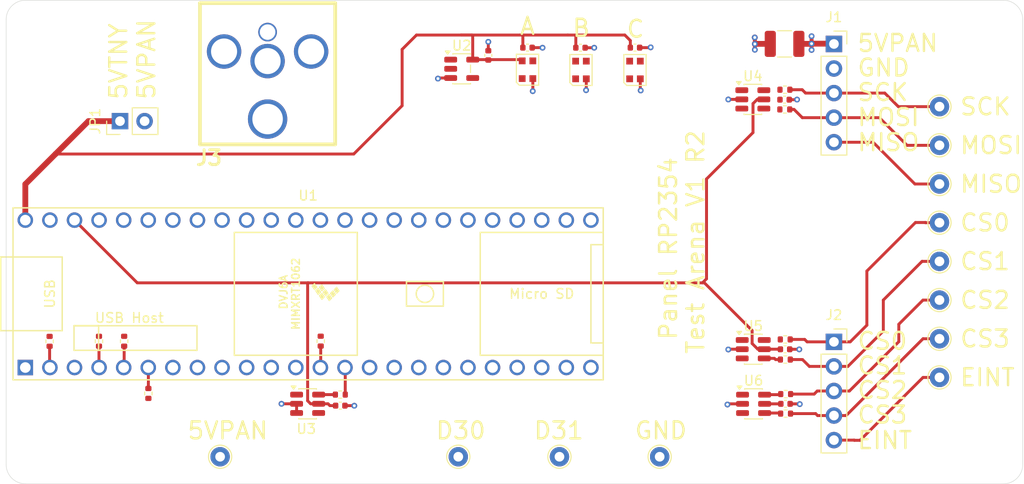
<source format=kicad_pcb>
(kicad_pcb (version 20241229) (generator "pcbnew") (generator_version "9.0")
  (layers (0 "F.Cu" signal) (4 "In1.Cu" power) (6 "In2.Cu" power) (2 "B.Cu" signal) (13 "F.Paste" user) (15 "B.Paste" user) (5 "F.SilkS" user "F.Silkscreen") (7 "B.SilkS" user "B.Silkscreen") (1 "F.Mask" user) (3 "B.Mask" user) (25 "Edge.Cuts" user))
  (property "BoardName" "RP2354 Test Arena")
  (property "Designer" "Reiser Lab")
  (property "Revision" "2")
  (property "Version" "1")
  (net 0 "")
  (net 1 "+5V")
  (net 2 "GND")
  (net 3 "Net-(D1-DOUT)")
  (net 4 "/DLED")
  (net 5 "Net-(D2-DOUT)")
  (net 7 "/MOSI")
  (net 8 "/MISO")
  (net 9 "/SCK")
  (net 10 "/CS0")
  (net 11 "/CS1")
  (net 12 "/CS3")
  (net 13 "/CS2")
  (net 14 "/EINT")
  (net 34 "/D30")
  (net 40 "/D31")
  (net 42 "+3.3V")
  (net 51 "Net-(D1-DIN)")
  (net 53 "/5V_PAN")
  (net 54 "/MOSI_PAN")
  (net 55 "/SCK_PAN")
  (net 56 "/CS0_PAN")
  (net 57 "/CS1_PAN")
  (net 58 "/CS3_PAN")
  (net 59 "/CS2_PAN")
  (net 60 "Net-(U1-0_RX1_CRX2_CS1)")
  (net 61 "Net-(U1-2_OUT2)")
  (net 62 "Net-(U1-3_LRCLK2)")
  (net 63 "Net-(U1-4_BCLK2)")
  (net 64 "Net-(U1-11_MOSI_CTX1)")
  (net 65 "Net-(R6-Pad1)")
  (net 66 "Net-(U1-12_MISO_MQSL)")
  (net 67 "Net-(R7-Pad1)")
  (net 68 "Net-(R8-Pad1)")
  (net 69 "Net-(R9-Pad1)")
  (net 70 "Net-(R10-Pad1)")
  (net 71 "Net-(R11-Pad1)")
  (net 72 "Net-(R12-Pad1)")
  (footprint "Resistor_SMD:R_0402_1005Metric" (layer "F.Cu") (at 82.49 85.245 -90)
    (property "Reference" "R5" (hide yes))
    (property "Value" "33" (hide yes))
    (pad "1" smd roundrect (at -0.51 0 270) (size 0.54 0.64) (layers "F.Cu" "F.Mask" "F.Paste") (net 7 "/MOSI"))
    (pad "2" smd roundrect (at 0.51 0 270) (size 0.54 0.64) (layers "F.Cu" "F.Mask" "F.Paste") (net 64 "Net-(U1-11_MOSI_CTX1)"))
  )
  (footprint "Resistor_SMD:R_0402_1005Metric" (layer "F.Cu") (at 130.505 92.74)
    (property "Reference" "R12" (hide yes))
    (property "Value" "33" (hide yes))
    (pad "1" smd roundrect (at -0.51 0) (size 0.54 0.64) (layers "F.Cu" "F.Mask" "F.Paste") (net 72 "Net-(R12-Pad1)"))
    (pad "2" smd roundrect (at 0.51 0) (size 0.54 0.64) (layers "F.Cu" "F.Mask" "F.Paste") (net 58 "/CS3_PAN"))
  )
  (footprint "Resistor_SMD:R_0402_1005Metric" (layer "F.Cu") (at 64.69 90.655 90)
    (property "Reference" "R4" (hide yes))
    (property "Value" "33" (hide yes))
    (pad "1" smd roundrect (at -0.51 0 90) (size 0.54 0.64) (layers "F.Cu" "F.Mask" "F.Paste") (net 12 "/CS3"))
    (pad "2" smd roundrect (at 0.51 0 90) (size 0.54 0.64) (layers "F.Cu" "F.Mask" "F.Paste") (net 63 "Net-(U1-4_BCLK2)"))
  )
  (footprint "TestPoint:TestPoint_THTPad_D2.0mm_Drill1.0mm" (layer "F.Cu") (at 146.4 73)
    (property "Reference" "TP6" (hide yes))
    (property "Value" "TestPoint" (hide yes))
    (pad "1" thru_hole circle (at 0 0) (size 2 2) (drill 1) (layers "*.Cu" "*.Mask") (net 56 "/CS0_PAN"))
  )
  (footprint "Resistor_SMD:R_0402_1005Metric" (layer "F.Cu") (at 54.49 85.265 -90)
    (property "Reference" "R1" (hide yes))
    (property "Value" "33" (hide yes))
    (pad "1" smd roundrect (at -0.51 0 270) (size 0.54 0.64) (layers "F.Cu" "F.Mask" "F.Paste") (net 10 "/CS0"))
    (pad "2" smd roundrect (at 0.51 0 270) (size 0.54 0.64) (layers "F.Cu" "F.Mask" "F.Paste") (net 60 "Net-(U1-0_RX1_CRX2_CS1)"))
  )
  (footprint "Capacitor_SMD:C_0402_1005Metric" (layer "F.Cu") (at 114.95 54.9)
    (property "Reference" "C3" (hide yes))
    (property "Value" "100nF" (hide yes))
    (pad "1" smd roundrect (at -0.48 0) (size 0.56 0.62) (layers "F.Cu" "F.Mask" "F.Paste") (net 1 "+5V"))
    (pad "2" smd roundrect (at 0.48 0) (size 0.56 0.62) (layers "F.Cu" "F.Mask" "F.Paste") (net 2 "GND"))
  )
  (footprint "Capacitor_SMD:C_0402_1005Metric" (layer "F.Cu") (at 130.45 86.09)
    (property "Reference" "C7" (hide yes))
    (property "Value" "100nF" (hide yes))
    (pad "1" smd roundrect (at -0.48 0) (size 0.56 0.62) (layers "F.Cu" "F.Mask" "F.Paste") (net 42 "+3.3V"))
    (pad "2" smd roundrect (at 0.48 0) (size 0.56 0.62) (layers "F.Cu" "F.Mask" "F.Paste") (net 2 "GND"))
  )
  (footprint "TestPoint:TestPoint_THTPad_D2.0mm_Drill1.0mm" (layer "F.Cu") (at 146.4 85)
    (property "Reference" "TP9" (hide yes))
    (property "Value" "TestPoint" (hide yes))
    (pad "1" thru_hole circle (at 0 0) (size 2 2) (drill 1) (layers "*.Cu" "*.Mask") (net 58 "/CS3_PAN"))
  )
  (footprint "Resistor_SMD:R_0402_1005Metric" (layer "F.Cu") (at 84.515 90.775)
    (property "Reference" "R6" (hide yes))
    (property "Value" "33" (hide yes))
    (pad "1" smd roundrect (at -0.51 0) (size 0.54 0.64) (layers "F.Cu" "F.Mask" "F.Paste") (net 65 "Net-(R6-Pad1)"))
    (pad "2" smd roundrect (at 0.51 0) (size 0.54 0.64) (layers "F.Cu" "F.Mask" "F.Paste") (net 66 "Net-(U1-12_MISO_MQSL)"))
  )
  (footprint "TestPoint:TestPoint_THTPad_D2.0mm_Drill1.0mm" (layer "F.Cu") (at 117.5 97.2 90)
    (property "Reference" "TP2" (hide yes))
    (property "Value" "TestPoint" (hide yes))
    (pad "1" thru_hole circle (at 0 0 90) (size 2 2) (drill 1) (layers "*.Cu" "*.Mask") (net 2 "GND"))
  )
  (footprint "Package_TO_SOT_SMD:SOT-23-6" (layer "F.Cu") (at 81.1375 91.725)
    (property "Reference" "U3" (at -0.1375 2.6 0) (layer "F.SilkS"))
    (property "Value" "74LVC2G17" (hide yes))
    (pad "1" smd roundrect (at -1.1375 -0.95) (size 1.325 0.6) (layers "F.Cu" "F.Mask" "F.Paste") (net 8 "/MISO"))
    (pad "2" smd roundrect (at -1.1375 0) (size 1.325 0.6) (layers "F.Cu" "F.Mask" "F.Paste") (net 2 "GND"))
    (pad "3" smd roundrect (at -1.1375 0.95) (size 1.325 0.6) (layers "F.Cu" "F.Mask" "F.Paste") (net 2 "GND"))
    (pad "4" smd roundrect (at 1.1375 0.95) (size 1.325 0.6) (layers "F.Cu" "F.Mask" "F.Paste"))
    (pad "5" smd roundrect (at 1.1375 0) (size 1.325 0.6) (layers "F.Cu" "F.Mask" "F.Paste") (net 42 "+3.3V"))
    (pad "6" smd roundrect (at 1.1375 -0.95) (size 1.325 0.6) (layers "F.Cu" "F.Mask" "F.Paste") (net 65 "Net-(R6-Pad1)"))
  )
  (footprint "Package_TO_SOT_SMD:SOT-23-5" (layer "F.Cu") (at 97.0525 57.09)
    (property "Reference" "U2" (at 0 -2.4 0) (layer "F.SilkS"))
    (property "Value" "SN74LV1T34DBV" (hide yes))
    (pad "1" smd roundrect (at -1.1375 -0.95) (size 1.325 0.6) (layers "F.Cu" "F.Mask" "F.Paste"))
    (pad "2" smd roundrect (at -1.1375 0) (size 1.325 0.6) (layers "F.Cu" "F.Mask" "F.Paste") (net 4 "/DLED"))
    (pad "3" smd roundrect (at -1.1375 0.95) (size 1.325 0.6) (layers "F.Cu" "F.Mask" "F.Paste") (net 2 "GND"))
    (pad "4" smd roundrect (at 1.1375 0.95) (size 1.325 0.6) (layers "F.Cu" "F.Mask" "F.Paste") (net 51 "Net-(D1-DIN)"))
    (pad "5" smd roundrect (at 1.1375 -0.95) (size 1.325 0.6) (layers "F.Cu" "F.Mask" "F.Paste") (net 1 "+5V"))
  )
  (footprint "TestPoint:TestPoint_THTPad_D2.0mm_Drill1.0mm" (layer "F.Cu") (at 72.1 97.2 90)
    (property "Reference" "TP1" (hide yes))
    (property "Value" "TestPoint" (hide yes))
    (pad "1" thru_hole circle (at 0 0 90) (size 2 2) (drill 1) (layers "*.Cu" "*.Mask") (net 53 "/5V_PAN"))
  )
  (footprint "TestPoint:TestPoint_THTPad_D2.0mm_Drill1.0mm" (layer "F.Cu") (at 146.4 89)
    (property "Reference" "TP10" (hide yes))
    (property "Value" "TestPoint" (hide yes))
    (pad "1" thru_hole circle (at 0 0) (size 2 2) (drill 1) (layers "*.Cu" "*.Mask") (net 14 "/EINT"))
  )
  (footprint "Connector_PinSocket_2.54mm:PinSocket_1x05_P2.54mm_Vertical" (layer "F.Cu") (at 135.5 54.52)
    (property "Reference" "J1" (at 0 -2.77 0) (layer "F.SilkS"))
    (property "Value" "Conn_01x05_Socket" (hide yes))
    (pad "1" thru_hole rect (at 0 0) (size 1.7 1.7) (drill 1) (layers "*.Cu" "*.Mask") (net 53 "/5V_PAN"))
    (pad "2" thru_hole circle (at 0 2.54) (size 1.7 1.7) (drill 1) (layers "*.Cu" "*.Mask") (net 2 "GND"))
    (pad "3" thru_hole circle (at 0 5.08) (size 1.7 1.7) (drill 1) (layers "*.Cu" "*.Mask") (net 55 "/SCK_PAN"))
    (pad "4" thru_hole circle (at 0 7.62) (size 1.7 1.7) (drill 1) (layers "*.Cu" "*.Mask") (net 54 "/MOSI_PAN"))
    (pad "5" thru_hole circle (at 0 10.16) (size 1.7 1.7) (drill 1) (layers "*.Cu" "*.Mask") (net 8 "/MISO"))
  )
  (footprint "Capacitor_SMD:C_0402_1005Metric" (layer "F.Cu") (at 99.8 55.7 90)
    (property "Reference" "C4" (hide yes))
    (property "Value" "100nF" (hide yes))
    (pad "1" smd roundrect (at -0.48 0 90) (size 0.56 0.62) (layers "F.Cu" "F.Mask" "F.Paste") (net 1 "+5V"))
    (pad "2" smd roundrect (at 0.48 0 90) (size 0.56 0.62) (layers "F.Cu" "F.Mask" "F.Paste") (net 2 "GND"))
  )
  (footprint "TestPoint:TestPoint_THTPad_D2.0mm_Drill1.0mm" (layer "F.Cu") (at 146.4 65)
    (property "Reference" "TP4" (hide yes))
    (property "Value" "TestPoint" (hide yes))
    (pad "1" thru_hole circle (at 0 0) (size 2 2) (drill 1) (layers "*.Cu" "*.Mask") (net 54 "/MOSI_PAN"))
  )
  (footprint "TestPoint:TestPoint_THTPad_D2.0mm_Drill1.0mm" (layer "F.Cu") (at 107.15 97.2)
    (property "Reference" "TP12" (hide yes))
    (property "Value" "TestPoint" (hide yes))
    (pad "1" thru_hole circle (at 0 0) (size 2 2) (drill 1) (layers "*.Cu" "*.Mask") (net 40 "/D31"))
  )
  (footprint "MountingHole:MountingHole_3.2mm_M3" (layer "F.Cu") (at 54 96)
    (property "Reference" "H2" (hide yes))
    (property "Value" "MountingHole" (hide yes))
    (pad "" np_thru_hole circle (at 0 0) (size 3.2 3.2) (drill 3.2) (layers "*.Cu" "*.Mask"))
  )
  (footprint "Resistor_SMD:R_0402_1005Metric" (layer "F.Cu") (at 130.515 90.72)
    (property "Reference" "R11" (hide yes))
    (property "Value" "33" (hide yes))
    (pad "1" smd roundrect (at -0.51 0) (size 0.54 0.64) (layers "F.Cu" "F.Mask" "F.Paste") (net 71 "Net-(R11-Pad1)"))
    (pad "2" smd roundrect (at 0.51 0) (size 0.54 0.64) (layers "F.Cu" "F.Mask" "F.Paste") (net 59 "/CS2_PAN"))
  )
  (footprint "arena_custom:DCJACK_2PIN_HIGHCURRENT" (layer "F.Cu") (at 77.0042 50.2962)
    (property "Reference" "J3" (at -6.05 16 0) (layer "F.SilkS") (effects (font (size 1.524 1.524) (thickness 0.3048))))
    (property "Value" "Barrel_Jack" (hide yes))
    (pad "" thru_hole circle (at -4.4958 5.0038) (size 3.556 3.556) (drill 2.6924) (layers "*.Cu" "*.Mask"))
    (pad "" thru_hole circle (at 0 2.9972) (size 1.9304 1.9304) (drill 1.6002) (layers "*.Cu" "*.Mask"))
    (pad "" thru_hole circle (at 4.4958 5.0038) (size 3.556 3.556) (drill 2.6924) (layers "*.Cu" "*.Mask"))
    (pad "1" thru_hole circle (at 0 11.9888) (size 4.064 4.064) (drill 3.1496) (layers "*.Cu" "*.Mask") (net 53 "/5V_PAN"))
    (pad "2" thru_hole circle (at 0 5.9944) (size 3.556 3.556) (drill 2.6924) (layers "*.Cu" "*.Mask") (net 2 "GND"))
  )
  (footprint "Package_TO_SOT_SMD:SOT-23-6" (layer "F.Cu") (at 127.1975 91.73)
    (property "Reference" "U6" (at 0 -2.4 0) (layer "F.SilkS"))
    (property "Value" "74LVC2G17" (hide yes))
    (pad "1" smd roundrect (at -1.1375 -0.95) (size 1.325 0.6) (layers "F.Cu" "F.Mask" "F.Paste") (net 13 "/CS2"))
    (pad "2" smd roundrect (at -1.1375 0) (size 1.325 0.6) (layers "F.Cu" "F.Mask" "F.Paste") (net 2 "GND"))
    (pad "3" smd roundrect (at -1.1375 0.95) (size 1.325 0.6) (layers "F.Cu" "F.Mask" "F.Paste") (net 12 "/CS3"))
    (pad "4" smd roundrect (at 1.1375 0.95) (size 1.325 0.6) (layers "F.Cu" "F.Mask" "F.Paste") (net 72 "Net-(R12-Pad1)"))
    (pad "5" smd roundrect (at 1.1375 0) (size 1.325 0.6) (layers "F.Cu" "F.Mask" "F.Paste") (net 42 "+3.3V"))
    (pad "6" smd roundrect (at 1.1375 -0.95) (size 1.325 0.6) (layers "F.Cu" "F.Mask" "F.Paste") (net 71 "Net-(R11-Pad1)"))
  )
  (footprint "TestPoint:TestPoint_THTPad_D2.0mm_Drill1.0mm" (layer "F.Cu") (at 146.4 77)
    (property "Reference" "TP7" (hide yes))
    (property "Value" "TestPoint" (hide yes))
    (pad "1" thru_hole circle (at 0 0) (size 2 2) (drill 1) (layers "*.Cu" "*.Mask") (net 57 "/CS1_PAN"))
  )
  (footprint "Package_TO_SOT_SMD:SOT-23-6" (layer "F.Cu") (at 127.1225 60.25)
    (property "Reference" "U4" (at 0 -2.4 0) (layer "F.SilkS"))
    (property "Value" "74LVC2G17" (hide yes))
    (pad "1" smd roundrect (at -1.1375 -0.95) (size 1.325 0.6) (layers "F.Cu" "F.Mask" "F.Paste") (net 9 "/SCK"))
    (pad "2" smd roundrect (at -1.1375 0) (size 1.325 0.6) (layers "F.Cu" "F.Mask" "F.Paste") (net 2 "GND"))
    (pad "3" smd roundrect (at -1.1375 0.95) (size 1.325 0.6) (layers "F.Cu" "F.Mask" "F.Paste") (net 7 "/MOSI"))
    (pad "4" smd roundrect (at 1.1375 0.95) (size 1.325 0.6) (layers "F.Cu" "F.Mask" "F.Paste") (net 68 "Net-(R8-Pad1)"))
    (pad "5" smd roundrect (at 1.1375 0) (size 1.325 0.6) (layers "F.Cu" "F.Mask" "F.Paste") (net 42 "+3.3V"))
    (pad "6" smd roundrect (at 1.1375 -0.95) (size 1.325 0.6) (layers "F.Cu" "F.Mask" "F.Paste") (net 67 "Net-(R7-Pad1)"))
  )
  (footprint "Package_TO_SOT_SMD:SOT-23-6" (layer "F.Cu") (at 127.1625 86.08)
    (property "Reference" "U5" (at 0 -2.4 0) (layer "F.SilkS"))
    (property "Value" "74LVC2G17" (hide yes))
    (pad "1" smd roundrect (at -1.1375 -0.95) (size 1.325 0.6) (layers "F.Cu" "F.Mask" "F.Paste") (net 10 "/CS0"))
    (pad "2" smd roundrect (at -1.1375 0) (size 1.325 0.6) (layers "F.Cu" "F.Mask" "F.Paste") (net 2 "GND"))
    (pad "3" smd roundrect (at -1.1375 0.95) (size 1.325 0.6) (layers "F.Cu" "F.Mask" "F.Paste") (net 11 "/CS1"))
    (pad "4" smd roundrect (at 1.1375 0.95) (size 1.325 0.6) (layers "F.Cu" "F.Mask" "F.Paste") (net 70 "Net-(R10-Pad1)"))
    (pad "5" smd roundrect (at 1.1375 0) (size 1.325 0.6) (layers "F.Cu" "F.Mask" "F.Paste") (net 42 "+3.3V"))
    (pad "6" smd roundrect (at 1.1375 -0.95) (size 1.325 0.6) (layers "F.Cu" "F.Mask" "F.Paste") (net 69 "Net-(R9-Pad1)"))
  )
  (footprint "LED_SMD:LED_WS2812B-2020_PLCC4_2.0x2.0mm" (layer "F.Cu") (at 109.37 57.21 90)
    (property "Reference" "D2" (hide yes))
    (property "Value" "WS2812B-2020" (hide yes))
    (pad "1" smd rect (at -0.915 -0.55 90) (size 0.7 0.7) (layers "F.Cu" "F.Mask" "F.Paste") (net 5 "Net-(D2-DOUT)"))
    (pad "2" smd rect (at -0.915 0.55 90) (size 0.7 0.7) (layers "F.Cu" "F.Mask" "F.Paste") (net 2 "GND"))
    (pad "3" smd rect (at 0.915 0.55 90) (size 0.7 0.7) (layers "F.Cu" "F.Mask" "F.Paste") (net 3 "Net-(D1-DOUT)"))
    (pad "4" smd rect (at 0.915 -0.55 90) (size 0.7 0.7) (layers "F.Cu" "F.Mask" "F.Paste") (net 1 "+5V"))
  )
  (footprint "Resistor_SMD:R_0402_1005Metric" (layer "F.Cu") (at 59.59 85.255 -90)
    (property "Reference" "R2" (hide yes))
    (property "Value" "33" (hide yes))
    (pad "1" smd roundrect (at -0.51 0 270) (size 0.54 0.64) (layers "F.Cu" "F.Mask" "F.Paste") (net 11 "/CS1"))
    (pad "2" smd roundrect (at 0.51 0 270) (size 0.54 0.64) (layers "F.Cu" "F.Mask" "F.Paste") (net 61 "Net-(U1-2_OUT2)"))
  )
  (footprint "Resistor_SMD:R_0402_1005Metric" (layer "F.Cu") (at 130.435 59.25)
    (property "Reference" "R7" (hide yes))
    (property "Value" "33" (hide yes))
    (pad "1" smd roundrect (at -0.51 0) (size 0.54 0.64) (layers "F.Cu" "F.Mask" "F.Paste") (net 67 "Net-(R7-Pad1)"))
    (pad "2" smd roundrect (at 0.51 0) (size 0.54 0.64) (layers "F.Cu" "F.Mask" "F.Paste") (net 55 "/SCK_PAN"))
  )
  (footprint "Capacitor_SMD:C_0402_1005Metric" (layer "F.Cu") (at 130.405 60.28)
    (property "Reference" "C6" (hide yes))
    (property "Value" "100nF" (hide yes))
    (pad "1" smd roundrect (at -0.48 0) (size 0.56 0.62) (layers "F.Cu" "F.Mask" "F.Paste") (net 42 "+3.3V"))
    (pad "2" smd roundrect (at 0.48 0) (size 0.56 0.62) (layers "F.Cu" "F.Mask" "F.Paste") (net 2 "GND"))
  )
  (footprint "Capacitor_SMD:C_0402_1005Metric" (layer "F.Cu") (at 109.32 54.91)
    (property "Reference" "C2" (hide yes))
    (property "Value" "100nF" (hide yes))
    (pad "1" smd roundrect (at -0.48 0) (size 0.56 0.62) (layers "F.Cu" "F.Mask" "F.Paste") (net 1 "+5V"))
    (pad "2" smd roundrect (at 0.48 0) (size 0.56 0.62) (layers "F.Cu" "F.Mask" "F.Paste") (net 2 "GND"))
  )
  (footprint "TestPoint:TestPoint_THTPad_D2.0mm_Drill1.0mm" (layer "F.Cu") (at 146.4 81)
    (property "Reference" "TP8" (hide yes))
    (property "Value" "TestPoint" (hide yes))
    (pad "1" thru_hole circle (at 0 0) (size 2 2) (drill 1) (layers "*.Cu" "*.Mask") (net 59 "/CS2_PAN"))
  )
  (footprint "TestPoint:TestPoint_THTPad_D2.0mm_Drill1.0mm" (layer "F.Cu") (at 96.7 97.2)
    (property "Reference" "TP11" (hide yes))
    (property "Value" "TestPoint" (hide yes))
    (pad "1" thru_hole circle (at 0 0) (size 2 2) (drill 1) (layers "*.Cu" "*.Mask") (net 34 "/D30"))
  )
  (footprint "Resistor_SMD:R_0402_1005Metric" (layer "F.Cu") (at 62.19 85.255 -90)
    (property "Reference" "R3" (hide yes))
    (property "Value" "33" (hide yes))
    (pad "1" smd roundrect (at -0.51 0 270) (size 0.54 0.64) (layers "F.Cu" "F.Mask" "F.Paste") (net 13 "/CS2"))
    (pad "2" smd roundrect (at 0.51 0 270) (size 0.54 0.64) (layers "F.Cu" "F.Mask" "F.Paste") (net 62 "Net-(U1-3_LRCLK2)"))
  )
  (footprint "teensy:Teensy41_outer_only" (layer "F.Cu") (at 81.19 80.355)
    (property "Reference" "U1" (at 0 -10.16 0) (layer "F.SilkS"))
    (property "Value" "Teensy4.1")
    (fp_text user "Micro SD" (at 24.13 0 0) (layer "F.SilkS"))
    (fp_text user "USB Host" (at -18.4658 2.4892 0) (layer "F.SilkS"))
    (fp_text user "MIMXRT1062" (at -1.27 0 270) (layer "F.SilkS") (effects (font (size 0.8 0.8))))
    (fp_text user "DVJ6A" (at -2.54 -0.18 270) (layer "F.SilkS") (effects (font (size 0.8 0.8))))
    (fp_text user "USB" (at -26.67 0 270) (layer "F.SilkS"))
    (pad "1" thru_hole rect (at -29.21 7.62) (size 1.6 1.6) (drill 1.1) (layers "*.Cu" "*.Mask") (net 2 "GND"))
    (pad "2" thru_hole circle (at -26.67 7.62) (size 1.6 1.6) (drill 1.1) (layers "*.Cu" "*.Mask") (net 60 "Net-(U1-0_RX1_CRX2_CS1)"))
    (pad "3" thru_hole circle (at -24.13 7.62) (size 1.6 1.6) (drill 1.1) (layers "*.Cu" "*.Mask"))
    (pad "4" thru_hole circle (at -21.59 7.62) (size 1.6 1.6) (drill 1.1) (layers "*.Cu" "*.Mask") (net 61 "Net-(U1-2_OUT2)"))
    (pad "5" thru_hole circle (at -19.05 7.62) (size 1.6 1.6) (drill 1.1) (layers "*.Cu" "*.Mask") (net 62 "Net-(U1-3_LRCLK2)"))
    (pad "6" thru_hole circle (at -16.51 7.62) (size 1.6 1.6) (drill 1.1) (layers "*.Cu" "*.Mask") (net 63 "Net-(U1-4_BCLK2)"))
    (pad "7" thru_hole circle (at -13.97 7.62) (size 1.6 1.6) (drill 1.1) (layers "*.Cu" "*.Mask"))
    (pad "8" thru_hole circle (at -11.43 7.62) (size 1.6 1.6) (drill 1.1) (layers "*.Cu" "*.Mask"))
    (pad "9" thru_hole circle (at -8.89 7.62) (size 1.6 1.6) (drill 1.1) (layers "*.Cu" "*.Mask"))
    (pad "10" thru_hole circle (at -6.35 7.62) (size 1.6 1.6) (drill 1.1) (layers "*.Cu" "*.Mask"))
    (pad "11" thru_hole circle (at -3.81 7.62) (size 1.6 1.6) (drill 1.1) (layers "*.Cu" "*.Mask"))
    (pad "12" thru_hole circle (at -1.27 7.62) (size 1.6 1.6) (drill 1.1) (layers "*.Cu" "*.Mask"))
    (pad "13" thru_hole circle (at 1.27 7.62) (size 1.6 1.6) (drill 1.1) (layers "*.Cu" "*.Mask") (net 64 "Net-(U1-11_MOSI_CTX1)"))
    (pad "14" thru_hole circle (at 3.81 7.62) (size 1.6 1.6) (drill 1.1) (layers "*.Cu" "*.Mask") (net 66 "Net-(U1-12_MISO_MQSL)"))
    (pad "15" thru_hole circle (at 6.35 7.62) (size 1.6 1.6) (drill 1.1) (layers "*.Cu" "*.Mask"))
    (pad "16" thru_hole circle (at 8.89 7.62) (size 1.6 1.6) (drill 1.1) (layers "*.Cu" "*.Mask"))
    (pad "17" thru_hole circle (at 11.43 7.62) (size 1.6 1.6) (drill 1.1) (layers "*.Cu" "*.Mask"))
    (pad "18" thru_hole circle (at 13.97 7.62) (size 1.6 1.6) (drill 1.1) (layers "*.Cu" "*.Mask"))
    (pad "19" thru_hole circle (at 16.51 7.62) (size 1.6 1.6) (drill 1.1) (layers "*.Cu" "*.Mask"))
    (pad "20" thru_hole circle (at 19.05 7.62) (size 1.6 1.6) (drill 1.1) (layers "*.Cu" "*.Mask") (net 4 "/DLED"))
    (pad "21" thru_hole circle (at 21.59 7.62) (size 1.6 1.6) (drill 1.1) (layers "*.Cu" "*.Mask"))
    (pad "22" thru_hole circle (at 24.13 7.62) (size 1.6 1.6) (drill 1.1) (layers "*.Cu" "*.Mask") (net 34 "/D30"))
    (pad "23" thru_hole circle (at 26.67 7.62) (size 1.6 1.6) (drill 1.1) (layers "*.Cu" "*.Mask") (net 40 "/D31"))
    (pad "24" thru_hole circle (at 29.21 7.62) (size 1.6 1.6) (drill 1.1) (layers "*.Cu" "*.Mask"))
    (pad "25" thru_hole circle (at 29.21 -7.62) (size 1.6 1.6) (drill 1.1) (layers "*.Cu" "*.Mask") (net 14 "/EINT"))
    (pad "26" thru_hole circle (at 26.67 -7.62) (size 1.6 1.6) (drill 1.1) (layers "*.Cu" "*.Mask"))
    (pad "27" thru_hole circle (at 24.13 -7.62) (size 1.6 1.6) (drill 1.1) (layers "*.Cu" "*.Mask"))
    (pad "28" thru_hole circle (at 21.59 -7.62) (size 1.6 1.6) (drill 1.1) (layers "*.Cu" "*.Mask"))
    (pad "29" thru_hole circle (at 19.05 -7.62) (size 1.6 1.6) (drill 1.1) (layers "*.Cu" "*.Mask"))
    (pad "30" thru_hole circle (at 16.51 -7.62) (size 1.6 1.6) (drill 1.1) (layers "*.Cu" "*.Mask"))
    (pad "31" thru_hole circle (at 13.97 -7.62) (size 1.6 1.6) (drill 1.1) (layers "*.Cu" "*.Mask"))
    (pad "32" thru_hole circle (at 11.43 -7.62) (size 1.6 1.6) (drill 1.1) (layers "*.Cu" "*.Mask"))
    (pad "33" thru_hole circle (at 8.89 -7.62) (size 1.6 1.6) (drill 1.1) (layers "*.Cu" "*.Mask"))
    (pad "34" thru_hole circle (at 6.35 -7.62) (size 1.6 1.6) (drill 1.1) (layers "*.Cu" "*.Mask"))
    (pad "35" thru_hole circle (at 3.81 -7.62) (size 1.6 1.6) (drill 1.1) (layers "*.Cu" "*.Mask") (net 9 "/SCK"))
    (pad "36" thru_hole circle (at 1.27 -7.62) (size 1.6 1.6) (drill 1.1) (layers "*.Cu" "*.Mask"))
    (pad "37" thru_hole circle (at -1.27 -7.62) (size 1.6 1.6) (drill 1.1) (layers "*.Cu" "*.Mask"))
    (pad "38" thru_hole circle (at -3.81 -7.62) (size 1.6 1.6) (drill 1.1) (layers "*.Cu" "*.Mask"))
    (pad "39" thru_hole circle (at -6.35 -7.62) (size 1.6 1.6) (drill 1.1) (layers "*.Cu" "*.Mask"))
    (pad "40" thru_hole circle (at -8.89 -7.62) (size 1.6 1.6) (drill 1.1) (layers "*.Cu" "*.Mask"))
    (pad "41" thru_hole circle (at -11.43 -7.62) (size 1.6 1.6) (drill 1.1) (layers "*.Cu" "*.Mask"))
    (pad "42" thru_hole circle (at -13.97 -7.62) (size 1.6 1.6) (drill 1.1) (layers "*.Cu" "*.Mask"))
    (pad "43" thru_hole circle (at -16.51 -7.62) (size 1.6 1.6) (drill 1.1) (layers "*.Cu" "*.Mask"))
    (pad "44" thru_hole circle (at -19.05 -7.62) (size 1.6 1.6) (drill 1.1) (layers "*.Cu" "*.Mask"))
    (pad "45" thru_hole circle (at -21.59 -7.62) (size 1.6 1.6) (drill 1.1) (layers "*.Cu" "*.Mask"))
    (pad "46" thru_hole circle (at -24.13 -7.62) (size 1.6 1.6) (drill 1.1) (layers "*.Cu" "*.Mask") (net 42 "+3.3V"))
    (pad "47" thru_hole circle (at -26.67 -7.62) (size 1.6 1.6) (drill 1.1) (layers "*.Cu" "*.Mask") (net 2 "GND"))
    (pad "48" thru_hole circle (at -29.21 -7.62) (size 1.6 1.6) (drill 1.1) (layers "*.Cu" "*.Mask") (net 1 "+5V"))
  )
  (footprint "Capacitor_SMD:C_0402_1005Metric" (layer "F.Cu") (at 84.51 91.915)
    (property "Reference" "C5" (hide yes))
    (property "Value" "100nF" (hide yes))
    (pad "1" smd roundrect (at -0.48 0) (size 0.56 0.62) (layers "F.Cu" "F.Mask" "F.Paste") (net 42 "+3.3V"))
    (pad "2" smd roundrect (at 0.48 0) (size 0.56 0.62) (layers "F.Cu" "F.Mask" "F.Paste") (net 2 "GND"))
  )
  (footprint "LED_SMD:LED_WS2812B-2020_PLCC4_2.0x2.0mm" (layer "F.Cu") (at 103.85 57.185 90)
    (property "Reference" "D1" (hide yes))
    (property "Value" "WS2812B-2020" (hide yes))
    (pad "1" smd rect (at -0.915 -0.55 90) (size 0.7 0.7) (layers "F.Cu" "F.Mask" "F.Paste") (net 3 "Net-(D1-DOUT)"))
    (pad "2" smd rect (at -0.915 0.55 90) (size 0.7 0.7) (layers "F.Cu" "F.Mask" "F.Paste") (net 2 "GND"))
    (pad "3" smd rect (at 0.915 0.55 90) (size 0.7 0.7) (layers "F.Cu" "F.Mask" "F.Paste") (net 51 "Net-(D1-DIN)"))
    (pad "4" smd rect (at 0.915 -0.55 90) (size 0.7 0.7) (layers "F.Cu" "F.Mask" "F.Paste") (net 1 "+5V"))
  )
  (footprint "Resistor_SMD:R_0402_1005Metric" (layer "F.Cu") (at 130.47 85.07)
    (property "Reference" "R9" (hide yes))
    (property "Value" "33" (hide yes))
    (pad "1" smd roundrect (at -0.51 0) (size 0.54 0.64) (layers "F.Cu" "F.Mask" "F.Paste") (net 69 "Net-(R9-Pad1)"))
    (pad "2" smd roundrect (at 0.51 0) (size 0.54 0.64) (layers "F.Cu" "F.Mask" "F.Paste") (net 56 "/CS0_PAN"))
  )
  (footprint "MountingHole:MountingHole_3.2mm_M3" (layer "F.Cu") (at 151 96)
    (property "Reference" "H3" (hide yes))
    (property "Value" "MountingHole" (hide yes))
    (pad "" np_thru_hole circle (at 0 0) (size 3.2 3.2) (drill 3.2) (layers "*.Cu" "*.Mask"))
  )
  (footprint "Resistor_SMD:R_0402_1005Metric" (layer "F.Cu") (at 130.48 87.15)
    (property "Reference" "R10" (hide yes))
    (property "Value" "33" (hide yes))
    (pad "1" smd roundrect (at -0.51 0) (size 0.54 0.64) (layers "F.Cu" "F.Mask" "F.Paste") (net 70 "Net-(R10-Pad1)"))
    (pad "2" smd roundrect (at 0.51 0) (size 0.54 0.64) (layers "F.Cu" "F.Mask" "F.Paste") (net 57 "/CS1_PAN"))
  )
  (footprint "MountingHole:MountingHole_3.2mm_M3" (layer "F.Cu") (at 151 54)
    (property "Reference" "H4" (hide yes))
    (property "Value" "MountingHole" (hide yes))
    (pad "" np_thru_hole circle (at 0 0) (size 3.2 3.2) (drill 3.2) (layers "*.Cu" "*.Mask"))
  )
  (footprint "Capacitor_SMD:C_1210_3225Metric" (layer "F.Cu") (at 130.4 54.51 180)
    (property "Reference" "C9" (hide yes))
    (property "Value" "100uF" (hide yes))
    (pad "1" smd roundrect (at -1.475 0 180) (size 1.15 2.7) (layers "F.Cu" "F.Mask" "F.Paste") (roundrect_rratio 0.217391) (net 53 "/5V_PAN"))
    (pad "2" smd roundrect (at 1.475 0 180) (size 1.15 2.7) (layers "F.Cu" "F.Mask" "F.Paste") (roundrect_rratio 0.217391) (net 2 "GND"))
  )
  (footprint "LED_SMD:LED_WS2812B-2020_PLCC4_2.0x2.0mm" (layer "F.Cu") (at 114.95 57.21 90)
    (property "Reference" "D3" (hide yes))
    (property "Value" "WS2812B-2020" (hide yes))
    (pad "1" smd rect (at -0.915 -0.55 90) (size 0.7 0.7) (layers "F.Cu" "F.Mask" "F.Paste"))
    (pad "2" smd rect (at -0.915 0.55 90) (size 0.7 0.7) (layers "F.Cu" "F.Mask" "F.Paste") (net 2 "GND"))
    (pad "3" smd rect (at 0.915 0.55 90) (size 0.7 0.7) (layers "F.Cu" "F.Mask" "F.Paste") (net 5 "Net-(D2-DOUT)"))
    (pad "4" smd rect (at 0.915 -0.55 90) (size 0.7 0.7) (layers "F.Cu" "F.Mask" "F.Paste") (net 1 "+5V"))
  )
  (footprint "MountingHole:MountingHole_3.2mm_M3" (layer "F.Cu") (at 54 54)
    (property "Reference" "H1" (hide yes))
    (property "Value" "MountingHole" (hide yes))
    (pad "" np_thru_hole circle (at 0 0) (size 3.2 3.2) (drill 3.2) (layers "*.Cu" "*.Mask"))
  )
  (footprint "Capacitor_SMD:C_0402_1005Metric" (layer "F.Cu") (at 103.85 54.9)
    (property "Reference" "C1" (hide yes))
    (property "Value" "100nF" (hide yes))
    (pad "1" smd roundrect (at -0.48 0) (size 0.56 0.62) (layers "F.Cu" "F.Mask" "F.Paste") (net 1 "+5V"))
    (pad "2" smd roundrect (at 0.48 0) (size 0.56 0.62) (layers "F.Cu" "F.Mask" "F.Paste") (net 2 "GND"))
  )
  (footprint "TestPoint:TestPoint_THTPad_D2.0mm_Drill1.0mm" (layer "F.Cu") (at 146.4 69)
    (property "Reference" "TP5" (hide yes))
    (property "Value" "TestPoint" (hide yes))
    (pad "1" thru_hole circle (at 0 0) (size 2 2) (drill 1) (layers "*.Cu" "*.Mask") (net 8 "/MISO"))
  )
  (footprint "Connector_PinHeader_2.54mm:PinHeader_1x02_P2.54mm_Vertical" (layer "F.Cu") (at 61.76 62.5 90)
    (property "Reference" "JP1" (at 0 -2.56 90) (layer "F.SilkS"))
    (property "Value" "Jumper_2_Open" (hide yes))
    (pad "1" thru_hole rect (at 0 0 90) (size 1.7 1.7) (drill 1) (layers "*.Cu" "*.Mask") (net 1 "+5V"))
    (pad "2" thru_hole circle (at 0 2.54 90) (size 1.7 1.7) (drill 1) (layers "*.Cu" "*.Mask") (net 53 "/5V_PAN"))
  )
  (footprint "Connector_PinSocket_2.54mm:PinSocket_1x05_P2.54mm_Vertical" (layer "F.Cu") (at 135.5 85.32)
    (property "Reference" "J2" (at 0 -2.77 0) (layer "F.SilkS"))
    (property "Value" "Conn_01x05_Socket" (hide yes))
    (pad "1" thru_hole rect (at 0 0) (size 1.7 1.7) (drill 1) (layers "*.Cu" "*.Mask") (net 56 "/CS0_PAN"))
    (pad "2" thru_hole circle (at 0 2.54) (size 1.7 1.7) (drill 1) (layers "*.Cu" "*.Mask") (net 57 "/CS1_PAN"))
    (pad "3" thru_hole circle (at 0 5.08) (size 1.7 1.7) (drill 1) (layers "*.Cu" "*.Mask") (net 59 "/CS2_PAN"))
    (pad "4" thru_hole circle (at 0 7.62) (size 1.7 1.7) (drill 1) (layers "*.Cu" "*.Mask") (net 58 "/CS3_PAN"))
    (pad "5" thru_hole circle (at 0 10.16) (size 1.7 1.7) (drill 1) (layers "*.Cu" "*.Mask") (net 14 "/EINT"))
  )
  (footprint "Resistor_SMD:R_0402_1005Metric" (layer "F.Cu") (at 130.425 61.29)
    (property "Reference" "R8" (hide yes))
    (property "Value" "33" (hide yes))
    (pad "1" smd roundrect (at -0.51 0) (size 0.54 0.64) (layers "F.Cu" "F.Mask" "F.Paste") (net 68 "Net-(R8-Pad1)"))
    (pad "2" smd roundrect (at 0.51 0) (size 0.54 0.64) (layers "F.Cu" "F.Mask" "F.Paste") (net 54 "/MOSI_PAN"))
  )
  (footprint "Capacitor_SMD:C_0402_1005Metric" (layer "F.Cu") (at 130.495 91.73)
    (property "Reference" "C8" (hide yes))
    (property "Value" "100nF" (hide yes))
    (pad "1" smd roundrect (at -0.48 0) (size 0.56 0.62) (layers "F.Cu" "F.Mask" "F.Paste") (net 42 "+3.3V"))
    (pad "2" smd roundrect (at 0.48 0) (size 0.56 0.62) (layers "F.Cu" "F.Mask" "F.Paste") (net 2 "GND"))
  )
  (footprint "TestPoint:TestPoint_THTPad_D2.0mm_Drill1.0mm" (layer "F.Cu") (at 146.4 61)
    (property "Reference" "TP3" (hide yes))
    (property "Value" "TestPoint" (hide yes))
    (pad "1" thru_hole circle (at 0 0) (size 2 2) (drill 1) (layers "*.Cu" "*.Mask") (net 55 "/SCK_PAN"))
  )
  (gr_line (start 52 50) (end 153 50) (stroke (width 0.05)) (layer "Edge.Cuts"))
  (gr_arc (start 155 98) (mid 154.414214 99.414214) (end 153 100) (stroke (width 0.05)) (layer "Edge.Cuts"))
  (gr_line (start 50 98) (end 50 52) (stroke (width 0.05)) (layer "Edge.Cuts"))
  (gr_arc (start 50 52) (mid 50.585786 50.585786) (end 52 50) (stroke (width 0.05)) (layer "Edge.Cuts"))
  (gr_arc (start 52 100) (mid 50.585786 99.414214) (end 50 98) (stroke (width 0.05)) (layer "Edge.Cuts"))
  (gr_line (start 153 100) (end 52 100) (stroke (width 0.05)) (layer "Edge.Cuts"))
  (gr_line (start 155 52) (end 155 98) (stroke (width 0.05)) (layer "Edge.Cuts"))
  (gr_arc (start 153 50) (mid 154.414214 50.585786) (end 155 52) (stroke (width 0.05)) (layer "Edge.Cuts"))
  (gr_text "GND" (at 137.8 56.98 0) (layer "F.SilkS") (effects (font (size 1.75 1.75) (thickness 0.25)) (justify left)))
  (gr_text "Panel RP2354 \nTest Arena V${Version} R${Revision}" (at 119.8 75 90) (layer "F.SilkS") (effects (font (size 1.75 1.75) (thickness 0.25))))
  (gr_text "CS2" (at 148.4 81 0) (layer "F.SilkS") (effects (font (size 1.75 1.75) (thickness 0.25)) (justify left)))
  (gr_text "5VPAN" (at 137.8 54.44 0) (layer "F.SilkS") (effects (font (size 1.75 1.75) (thickness 0.25)) (justify left)))
  (gr_text "A" (at 103.85 53.7 0) (layer "F.SilkS") (effects (font (size 1.75 1.75) (thickness 0.25)) (justify bottom)))
  (gr_text "CS1" (at 148.4 77 0) (layer "F.SilkS") (effects (font (size 1.75 1.75) (thickness 0.25)) (justify left)))
  (gr_text "EINT" (at 137.8 95.5 0) (layer "F.SilkS") (effects (font (size 1.75 1.75) (thickness 0.25)) (justify left)))
  (gr_text "EINT" (at 148.4 89 0) (layer "F.SilkS") (effects (font (size 1.75 1.75) (thickness 0.25)) (justify left)))
  (gr_text "CS0" (at 137.8 85.24 0) (layer "F.SilkS") (effects (font (size 1.75 1.75) (thickness 0.25)) (justify left)))
  (gr_text "GND" (at 114.8 94.5 0) (layer "F.SilkS") (effects (font (size 1.75 1.75) (thickness 0.25)) (justify left)))
  (gr_text "5VPAN" (at 68.6 94.5 0) (layer "F.SilkS") (effects (font (size 1.75 1.75) (thickness 0.25)) (justify left)))
  (gr_text "C" (at 115 54 0) (layer "F.SilkS") (effects (font (size 1.75 1.75) (thickness 0.25)) (justify bottom)))
  (gr_text "CS0" (at 148.4 73 0) (layer "F.SilkS") (effects (font (size 1.75 1.75) (thickness 0.25)) (justify left)))
  (gr_text "5VPAN" (at 64.5 60.4 90) (layer "F.SilkS") (effects (font (size 1.75 1.75) (thickness 0.25)) (justify left)))
  (gr_text "D31" (at 104.375 94.5 0) (layer "F.SilkS") (effects (font (size 1.75 1.75) (thickness 0.25)) (justify left)))
  (gr_text "MOSI" (at 137.8 62.1 0) (layer "F.SilkS") (effects (font (size 1.75 1.75) (thickness 0.25)) (justify left)))
  (gr_text "CS3" (at 148.4 85 0) (layer "F.SilkS") (effects (font (size 1.75 1.75) (thickness 0.25)) (justify left)))
  (gr_text "CS3" (at 137.8 92.86 0) (layer "F.SilkS") (effects (font (size 1.75 1.75) (thickness 0.25)) (justify left)))
  (gr_text "5VTNY" (at 61.6 60.4 90) (layer "F.SilkS") (effects (font (size 1.75 1.75) (thickness 0.25)) (justify left)))
  (gr_text "MISO" (at 148.4 69 0) (layer "F.SilkS") (effects (font (size 1.75 1.75) (thickness 0.25)) (justify left)))
  (gr_text "MISO" (at 137.8 64.7 0) (layer "F.SilkS") (effects (font (size 1.75 1.75) (thickness 0.25)) (justify left)))
  (gr_text "CS1" (at 137.8 87.78 0) (layer "F.SilkS") (effects (font (size 1.75 1.75) (thickness 0.25)) (justify left)))
  (gr_text "SCK" (at 148.4 61 0) (layer "F.SilkS") (effects (font (size 1.75 1.75) (thickness 0.25)) (justify left)))
  (gr_text "D30" (at 94.25 94.5 0) (layer "F.SilkS") (effects (font (size 1.75 1.75) (thickness 0.25)) (justify left)))
  (gr_text "MOSI" (at 148.4 65 0) (layer "F.SilkS") (effects (font (size 1.75 1.75) (thickness 0.25)) (justify left)))
  (gr_text "CS2" (at 137.8 90.32 0) (layer "F.SilkS") (effects (font (size 1.75 1.75) (thickness 0.25)) (justify left)))
  (gr_text "SCK" (at 137.8 59.52 0) (layer "F.SilkS") (effects (font (size 1.75 1.75) (thickness 0.25)) (justify left)))
  (gr_text "B" (at 109.4 53.9 0) (layer "F.SilkS") (effects (font (size 1.75 1.75) (thickness 0.25)) (justify bottom)))
  (segment (start 98.19 56.14) (end 99.8 56.14) (width 0.3) (layer "F.Cu") (net 1))
  (segment (start 103.4 53.6) (end 108 53.6) (width 0.3) (layer "F.Cu") (net 1))
  (segment (start 114.47 54.17) (end 114.47 54.9) (width 0.3) (layer "F.Cu") (net 1))
  (segment (start 113.9 53.6) (end 114.47 54.17) (width 0.3) (layer "F.Cu") (net 1))
  (segment (start 97 53.6) (end 98.1 53.6) (width 0.3) (layer "F.Cu") (net 1))
  (segment (start 103.37 53.63) (end 103.4 53.6) (width 0.3) (layer "F.Cu") (net 1))
  (segment (start 108.9 53.6) (end 113.9 53.6) (width 0.3) (layer "F.Cu") (net 1))
  (segment (start 98.19 53.69) (end 98.19 56.14) (width 0.3) (layer "F.Cu") (net 1))
  (segment (start 99.8 56.14) (end 103.17 56.14) (width 0.3) (layer "F.Cu") (net 1))
  (segment (start 55.1 65.9) (end 51.98 69.02) (width 0.6) (layer "F.Cu") (net 1))
  (segment (start 92.381929 53.6) (end 97 53.6) (width 0.3) (layer "F.Cu") (net 1))
  (segment (start 103.1 53.6) (end 103.4 53.6) (width 0.3) (layer "F.Cu") (net 1))
  (segment (start 58.5 62.5) (end 55.1 65.9) (width 0.6) (layer "F.Cu") (net 1))
  (segment (start 108.84 54.91) (end 108.84 53.66) (width 0.3) (layer "F.Cu") (net 1))
  (segment (start 90.9 55.081929) (end 92.381929 53.6) (width 0.3) (layer "F.Cu") (net 1))
  (segment (start 90.9 60.9) (end 90.9 55.081929) (width 0.3) (layer "F.Cu") (net 1))
  (segment (start 97 53.6) (end 103.1 53.6) (width 0.3) (layer "F.Cu") (net 1))
  (segment (start 98.1 53.6) (end 98.19 53.69) (width 0.3) (layer "F.Cu") (net 1))
  (segment (start 85.9 65.9) (end 90.9 60.9) (width 0.3) (layer "F.Cu") (net 1))
  (segment (start 108 53.6) (end 108.9 53.6) (width 0.3) (layer "F.Cu") (net 1))
  (segment (start 55.1 65.9) (end 85.9 65.9) (width 0.3) (layer "F.Cu") (net 1))
  (segment (start 108.84 53.66) (end 108.9 53.6) (width 0.3) (layer "F.Cu") (net 1))
  (segment (start 51.98 69.02) (end 51.98 72.735) (width 0.6) (layer "F.Cu") (net 1))
  (segment (start 103.37 54.9) (end 103.37 53.63) (width 0.3) (layer "F.Cu") (net 1))
  (segment (start 103.17 56.14) (end 103.3 56.27) (width 0.3) (layer "F.Cu") (net 1))
  (segment (start 61.76 62.5) (end 58.5 62.5) (width 0.6) (layer "F.Cu") (net 1))
  (segment (start 99.8 55.22) (end 99.8 54.3) (width 0.3) (layer "F.Cu") (net 2))
  (segment (start 130.885 60.28) (end 131.68 60.28) (width 0.3) (layer "F.Cu") (net 2))
  (segment (start 95.915 58.04) (end 94.66 58.04) (width 0.3) (layer "F.Cu") (net 2))
  (segment (start 104.33 54.9) (end 105.39 54.9) (width 0.3) (layer "F.Cu") (net 2))
  (segment (start 80 91.725) (end 80 92.675) (width 0.3) (layer "F.Cu") (net 2))
  (segment (start 105.39 54.9) (end 105.4 54.91) (width 0.3) (layer "F.Cu") (net 2))
  (segment (start 124.62 86.08) (end 124.59 86.11) (width 0.3) (layer "F.Cu") (net 2))
  (segment (start 127.33 53.86) (end 127.32 53.85) (width 0.6) (layer "F.Cu") (net 2))
  (segment (start 124.57 91.73) (end 124.5 91.8) (width 0.3) (layer "F.Cu") (net 2))
  (segment (start 127.33 54.52) (end 127.33 55.12) (width 0.4) (layer "F.Cu") (net 2))
  (segment (start 126.06 91.73) (end 124.57 91.73) (width 0.3) (layer "F.Cu") (net 2))
  (segment (start 127.33 54.52) (end 127.33 53.86) (width 0.4) (layer "F.Cu") (net 2))
  (segment (start 84.99 91.915) (end 85.95 91.915) (width 0.3) (layer "F.Cu") (net 2))
  (segment (start 127.34 54.51) (end 127.33 54.52) (width 0.6) (layer "F.Cu") (net 2))
  (segment (start 109.92 59.28) (end 109.92 58.125) (width 0.3) (layer "F.Cu") (net 2))
  (segment (start 126.025 86.08) (end 124.62 86.08) (width 0.3) (layer "F.Cu") (net 2))
  (segment (start 80 91.725) (end 78.44 91.725) (width 0.3) (layer "F.Cu") (net 2))
  (segment (start 125.985 60.25) (end 124.6 60.25) (width 0.3) (layer "F.Cu") (net 2))
  (segment (start 131.94 91.73) (end 131.97 91.76) (width 0.3) (layer "F.Cu") (net 2))
  (segment (start 104.4 58.1) (end 104.4 59.39) (width 0.3) (layer "F.Cu") (net 2))
  (segment (start 131.91 86.09) (end 131.92 86.1) (width 0.3) (layer "F.Cu") (net 2))
  (segment (start 85.95 91.915) (end 85.96 91.925) (width 0.3) (layer "F.Cu") (net 2))
  (segment (start 104.4 59.39) (end 104.39 59.4) (width 0.3) (layer "F.Cu") (net 2))
  (segment (start 130.93 86.09) (end 131.91 86.09) (width 0.3) (layer "F.Cu") (net 2))
  (segment (start 109.8 54.91) (end 110.74 54.91) (width 0.3) (layer "F.Cu") (net 2))
  (segment (start 115.5 58.125) (end 115.5 59.29) (width 0.3) (layer "F.Cu") (net 2))
  (segment (start 115.43 54.9) (end 116.54 54.9) (width 0.3) (layer "F.Cu") (net 2))
  (segment (start 94.66 58.04) (end 94.6 58.1) (width 0.3) (layer "F.Cu") (net 2))
  (segment (start 130.975 91.73) (end 131.94 91.73) (width 0.3) (layer "F.Cu") (net 2))
  (segment (start 115.5 59.29) (end 115.54 59.33) (width 0.3) (layer "F.Cu") (net 2))
  (segment (start 124.6 60.25) (end 124.59 60.26) (width 0.3) (layer "F.Cu") (net 2))
  (segment (start 131.68 60.28) (end 131.69 60.27) (width 0.3) (layer "F.Cu") (net 2))
  (segment (start 128.925 54.51) (end 127.34 54.51) (width 0.6) (layer "F.Cu") (net 2))
  (segment (start 109.9 59.3) (end 109.92 59.28) (width 0.3) (layer "F.Cu") (net 2))
  (segment (start 116.54 54.9) (end 116.57 54.87) (width 0.3) (layer "F.Cu") (net 2))
  (via (at 131.92 86.1) (size 0.6) (drill 0.3) (layers "F.Cu" "B.Cu") (net 2))
  (via (at 116.57 54.87) (size 0.6) (drill 0.3) (layers "F.Cu" "B.Cu") (net 2))
  (via (at 94.6 58.1) (size 0.6) (drill 0.3) (layers "F.Cu" "B.Cu") (net 2))
  (via (at 99.8 54.3) (size 0.6) (drill 0.3) (layers "F.Cu" "B.Cu") (net 2))
  (via (at 124.59 86.11) (size 0.6) (drill 0.3) (layers "F.Cu" "B.Cu") (net 2))
  (via (at 124.59 60.26) (size 0.6) (drill 0.3) (layers "F.Cu" "B.Cu") (net 2))
  (via (at 131.69 60.27) (size 0.6) (drill 0.3) (layers "F.Cu" "B.Cu") (net 2))
  (via (at 104.39 59.4) (size 0.6) (drill 0.3) (layers "F.Cu" "B.Cu") (net 2))
  (via (at 127.33 54.52) (size 0.6) (drill 0.3) (layers "F.Cu" "B.Cu") (net 2))
  (via (at 105.4 54.91) (size 0.6) (drill 0.3) (layers "F.Cu" "B.Cu") (net 2))
  (via (at 127.33 55.12) (size 0.6) (drill 0.3) (layers "F.Cu" "B.Cu") (net 2))
  (via (at 127.32 53.85) (size 0.6) (drill 0.3) (layers "F.Cu" "B.Cu") (net 2))
  (via (at 85.96 91.925) (size 0.6) (drill 0.3) (layers "F.Cu" "B.Cu") (net 2))
  (via (at 78.44 91.725) (size 0.6) (drill 0.3) (layers "F.Cu" "B.Cu") (net 2))
  (via (at 109.9 59.3) (size 0.6) (drill 0.3) (layers "F.Cu" "B.Cu") (net 2))
  (via (at 115.54 59.33) (size 0.6) (drill 0.3) (layers "F.Cu" "B.Cu") (net 2))
  (via (at 124.5 91.8) (size 0.6) (drill 0.3) (layers "F.Cu" "B.Cu") (net 2))
  (via (at 110.74 54.91) (size 0.6) (drill 0.3) (layers "F.Cu" "B.Cu") (net 2))
  (via (at 131.97 91.76) (size 0.6) (drill 0.3) (layers "F.Cu" "B.Cu") (net 2))
  (segment (start 135.5 64.68) (end 139.5 64.68) (width 0.3) (layer "F.Cu") (net 8))
  (segment (start 139.52 64.66) (end 143.86 69) (width 0.3) (layer "F.Cu") (net 8))
  (segment (start 139.5 64.68) (end 139.52 64.66) (width 0.3) (layer "F.Cu") (net 8))
  (segment (start 143.86 69) (end 146.4 69) (width 0.3) (layer "F.Cu") (net 8))
  (segment (start 138.2 95.5) (end 137.6 95.5) (width 0.3) (layer "F.Cu") (net 14))
  (segment (start 144.7 89) (end 138.2 95.5) (width 0.3) (layer "F.Cu") (net 14))
  (segment (start 137.6 95.5) (end 137.58 95.48) (width 0.3) (layer "F.Cu") (net 14))
  (segment (start 146.4 89) (end 144.7 89) (width 0.3) (layer "F.Cu") (net 14))
  (segment (start 137.58 95.48) (end 135.5 95.48) (width 0.3) (layer "F.Cu") (net 14))
  (segment (start 81.45 91.725) (end 81.14 91.415) (width 0.3) (layer "F.Cu") (net 42))
  (segment (start 122.34 68.48) (end 122.34 78.8) (width 0.3) (layer "F.Cu") (net 42))
  (segment (start 81.14 79.255) (end 81.175 79.22) (width 0.3) (layer "F.Cu") (net 42))
  (segment (start 57.06 72.735) (end 63.545 79.22) (width 0.3) (layer "F.Cu") (net 42))
  (segment (start 121.92 79.22) (end 81.175 79.22) (width 0.3) (layer "F.Cu") (net 42))
  (segment (start 127.14 63.68) (end 127.14 60.69) (width 0.3) (layer "F.Cu") (net 42))
  (segment (start 128.3 86.08) (end 129.96 86.08) (width 0.3) (layer "F.Cu") (net 42))
  (segment (start 127.637501 86.08) (end 128.3 86.08) (width 0.3) (layer "F.Cu") (net 42))
  (segment (start 128.335 91.73) (end 130.015 91.73) (width 0.3) (layer "F.Cu") (net 42))
  (segment (start 122.34 78.8) (end 121.92 79.22) (width 0.3) (layer "F.Cu") (net 42))
  (segment (start 122.12 79.22) (end 121.92 79.22) (width 0.3) (layer "F.Cu") (net 42))
  (segment (start 82.275 91.725) (end 81.45 91.725) (width 0.3) (layer "F.Cu") (net 42))
  (segment (start 83.44 91.915) (end 83.25 91.725) (width 0.3) (layer "F.Cu") (net 42))
  (segment (start 122.34 68.48) (end 127.14 63.68) (width 0.3) (layer "F.Cu") (net 42))
  (segment (start 127.05 84.15) (end 127.05 85.492499) (width 0.3) (layer "F.Cu") (net 42))
  (segment (start 122.12 79.22) (end 127.05 84.15) (width 0.3) (layer "F.Cu") (net 42))
  (segment (start 127.58 60.25) (end 128.26 60.25) (width 0.3) (layer "F.Cu") (net 42))
  (segment (start 83.25 91.725) (end 82.275 91.725) (width 0.3) (layer "F.Cu") (net 42))
  (segment (start 127.05 85.492499) (end 127.637501 86.08) (width 0.3) (layer "F.Cu") (net 42))
  (segment (start 81.14 91.415) (end 81.14 79.255) (width 0.3) (layer "F.Cu") (net 42))
  (segment (start 81.175 79.22) (end 63.545 79.22) (width 0.3) (layer "F.Cu") (net 42))
  (segment (start 127.14 60.69) (end 127.58 60.25) (width 0.3) (layer "F.Cu") (net 42))
  (segment (start 84.03 91.915) (end 83.44 91.915) (width 0.3) (layer "F.Cu") (net 42))
  (segment (start 129.96 86.08) (end 129.97 86.09) (width 0.3) (layer "F.Cu") (net 42))
  (segment (start 131.875 54.51) (end 133.17 54.51) (width 0.6) (layer "F.Cu") (net 53))
  (segment (start 133.17 54.51) (end 133.19 54.49) (width 0.6) (layer "F.Cu") (net 53))
  (segment (start 133.19 54.49) (end 135.47 54.49) (width 0.6) (layer "F.Cu") (net 53))
  (segment (start 133.19 54.49) (end 133.19 53.72) (width 0.4) (layer "F.Cu") (net 53))
  (segment (start 133.19 54.49) (end 133.19 55.14) (width 0.4) (layer "F.Cu") (net 53))
  (segment (start 135.47 54.49) (end 135.5 54.52) (width 0.6) (layer "F.Cu") (net 53))
  (via (at 133.19 53.72) (size 0.6) (drill 0.3) (layers "F.Cu" "B.Cu") (net 53))
  (via (at 133.19 55.14) (size 0.6) (drill 0.3) (layers "F.Cu" "B.Cu") (net 53))
  (via (at 133.19 54.49) (size 0.6) (drill 0.3) (layers "F.Cu" "B.Cu") (net 53))
  (segment (start 131.38 61.29) (end 132.23 62.14) (width 0.3) (layer "F.Cu") (net 54))
  (segment (start 132.23 62.14) (end 135.5 62.14) (width 0.3) (layer "F.Cu") (net 54))
  (segment (start 143.05 65) (end 146.4 65) (width 0.3) (layer "F.Cu") (net 54))
  (segment (start 130.935 61.29) (end 131.38 61.29) (width 0.3) (layer "F.Cu") (net 54))
  (segment (start 140.19 62.14) (end 143.05 65) (width 0.3) (layer "F.Cu") (net 54))
  (segment (start 135.5 62.14) (end 140.19 62.14) (width 0.3) (layer "F.Cu") (net 54))
  (segment (start 142.15 61) (end 146.4 61) (width 0.3) (layer "F.Cu") (net 55))
  (segment (start 132.22 59.25) (end 132.57 59.6) (width 0.3) (layer "F.Cu") (net 55))
  (segment (start 140.75 59.6) (end 142.15 61) (width 0.3) (layer "F.Cu") (net 55))
  (segment (start 135.5 59.6) (end 140.75 59.6) (width 0.3) (layer "F.Cu") (net 55))
  (segment (start 130.945 59.25) (end 132.22 59.25) (width 0.3) (layer "F.Cu") (net 55))
  (segment (start 132.57 59.6) (end 135.5 59.6) (width 0.3) (layer "F.Cu") (net 55))
  (segment (start 138.9 83.6) (end 138.9 78) (width 0.3) (layer "F.Cu") (net 56))
  (segment (start 144.97 73) (end 146.4 73) (width 0.3) (layer "F.Cu") (net 56))
  (segment (start 143.92 72.98) (end 144.95 72.98) (width 0.3) (layer "F.Cu") (net 56))
  (segment (start 130.98 85.07) (end 132.48 85.07) (width 0.3) (layer "F.Cu") (net 56))
  (segment (start 138.9 78) (end 143.92 72.98) (width 0.3) (layer "F.Cu") (net 56))
  (segment (start 135.5 85.32) (end 137.18 85.32) (width 0.3) (layer "F.Cu") (net 56))
  (segment (start 132.48 85.07) (end 132.73 85.32) (width 0.3) (layer "F.Cu") (net 56))
  (segment (start 132.73 85.32) (end 135.5 85.32) (width 0.3) (layer "F.Cu") (net 56))
  (segment (start 137.18 85.32) (end 138.9 83.6) (width 0.3) (layer "F.Cu") (net 56))
  (segment (start 144.95 72.98) (end 144.97 73) (width 0.3) (layer "F.Cu") (net 56))
  (segment (start 140.6 84.2) (end 140.6 81) (width 0.3) (layer "F.Cu") (net 57))
  (segment (start 140.6 81) (end 144.6 77) (width 0.3) (layer "F.Cu") (net 57))
  (segment (start 132.96 87.86) (end 135.5 87.86) (width 0.3) (layer "F.Cu") (net 57))
  (segment (start 132.25 87.15) (end 132.96 87.86) (width 0.3) (layer "F.Cu") (net 57))
  (segment (start 130.99 87.15) (end 132.25 87.15) (width 0.3) (layer "F.Cu") (net 57))
  (segment (start 144.6 77) (end 146.4 77) (width 0.3) (layer "F.Cu") (net 57))
  (segment (start 136.94 87.86) (end 140.6 84.2) (width 0.3) (layer "F.Cu") (net 57))
  (segment (start 135.5 87.86) (end 136.94 87.86) (width 0.3) (layer "F.Cu") (net 57))
  (segment (start 133.61 92.74) (end 133.81 92.94) (width 0.3) (layer "F.Cu") (net 58))
  (segment (start 136.76 92.94) (end 144.7 85) (width 0.3) (layer "F.Cu") (net 58))
  (segment (start 144.7 85) (end 146.4 85) (width 0.3) (layer "F.Cu") (net 58))
  (segment (start 135.5 92.94) (end 136.76 92.94) (width 0.3) (layer "F.Cu") (net 58))
  (segment (start 131.015 92.74) (end 133.61 92.74) (width 0.3) (layer "F.Cu") (net 58))
  (segment (start 133.81 92.94) (end 135.5 92.94) (width 0.3) (layer "F.Cu") (net 58))
  (segment (start 135.5 90.4) (end 137.1 90.4) (width 0.3) (layer "F.Cu") (net 59))
  (segment (start 137.1 90.4) (end 142.2 85.3) (width 0.3) (layer "F.Cu") (net 59))
  (segment (start 142.2 83.5) (end 144.7 81) (width 0.3) (layer "F.Cu") (net 59))
  (segment (start 131.025 90.72) (end 133.46 90.72) (width 0.3) (layer "F.Cu") (net 59))
  (segment (start 133.46 90.72) (end 133.78 90.4) (width 0.3) (layer "F.Cu") (net 59))
  (segment (start 142.2 85.3) (end 142.2 83.5) (width 0.3) (layer "F.Cu") (net 59))
  (segment (start 144.7 81) (end 146.4 81) (width 0.3) (layer "F.Cu") (net 59))
  (segment (start 133.78 90.4) (end 135.5 90.4) (width 0.3) (layer "F.Cu") (net 59))
  (segment (start 54.49 87.945) (end 54.52 87.975) (width 0.3) (layer "F.Cu") (net 60))
  (segment (start 54.49 85.775) (end 54.49 87.945) (width 0.3) (layer "F.Cu") (net 60))
  (segment (start 59.59 87.965) (end 59.6 87.975) (width 0.3) (layer "F.Cu") (net 61))
  (segment (start 59.59 85.765) (end 59.59 87.965) (width 0.3) (layer "F.Cu") (net 61))
  (segment (start 62.19 87.925) (end 62.14 87.975) (width 0.3) (layer "F.Cu") (net 62))
  (segment (start 62.19 85.765) (end 62.19 87.925) (width 0.3) (layer "F.Cu") (net 62))
  (segment (start 64.69 90.145) (end 64.69 87.985) (width 0.3) (layer "F.Cu") (net 63))
  (segment (start 64.69 87.985) (end 64.68 87.975) (width 0.3) (layer "F.Cu") (net 63))
  (segment (start 82.49 87.945) (end 82.46 87.975) (width 0.3) (layer "F.Cu") (net 64))
  (segment (start 82.49 85.755) (end 82.49 87.945) (width 0.3) (layer "F.Cu") (net 64))
  (segment (start 84.005 90.775) (end 82.275 90.775) (width 0.3) (layer "F.Cu") (net 65))
  (segment (start 85.025 88) (end 85 87.975) (width 0.3) (layer "F.Cu") (net 66))
  (segment (start 85.025 90.775) (end 85.025 88) (width 0.3) (layer "F.Cu") (net 66))
  (segment (start 128.3 87.03) (end 129.35 87.03) (width 0.3) (layer "F.Cu") (net 70))
  (segment (start 129.35 87.03) (end 129.47 87.15) (width 0.3) (layer "F.Cu") (net 70))
  (segment (start 129.47 87.15) (end 129.97 87.15) (width 0.3) (layer "F.Cu") (net 70))
  (segment (start 129.945 90.78) (end 130.005 90.72) (width 0.3) (layer "F.Cu") (net 71))
  (segment (start 128.335 90.78) (end 129.945 90.78) (width 0.3) (layer "F.Cu") (net 71))
  (segment (start 128.335 92.68) (end 129.935 92.68) (width 0.3) (layer "F.Cu") (net 72))
  (segment (start 129.935 92.68) (end 129.995 92.74) (width 0.3) (layer "F.Cu") (net 72))
)
</source>
